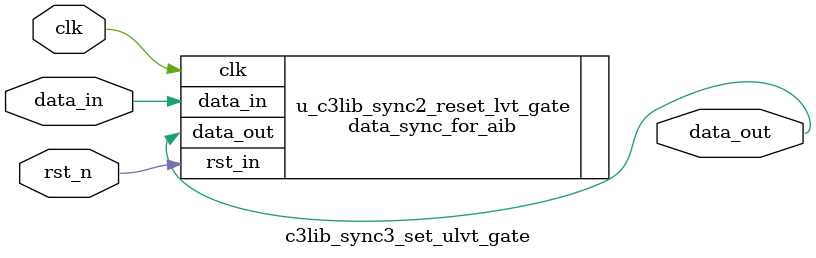
<source format=sv>


module  c3lib_sync3_set_ulvt_gate ( 

  clk, 
  rst_n, 
  data_in,
  data_out

  ); 

input	clk; 
input	rst_n; 
input 	data_in;
output	data_out;

//  c3lib_sync_metastable_behav_gate #(
//
//    .RESET_VAL	( 1 ),
//    .SYNC_STAGES( 3 )
//
//  ) u_c3lib_sync2_reset_lvt_gate ( 
//
//    .clk	( clk      ),
//    .rst_n	( rst_n    ),
//    .data_in	( data_in  ),
//    .data_out	( data_out )
data_sync_for_aib # (
    .ActiveLow(1),
    .ResetVal(1'b1),
    .SyncRegWidth(3)
) u_c3lib_sync2_reset_lvt_gate (
    .clk    ( clk      ),
    .rst_in (rst_n ),
    .data_in(data_in),
    .data_out   ( data_out )
);

endmodule 


</source>
